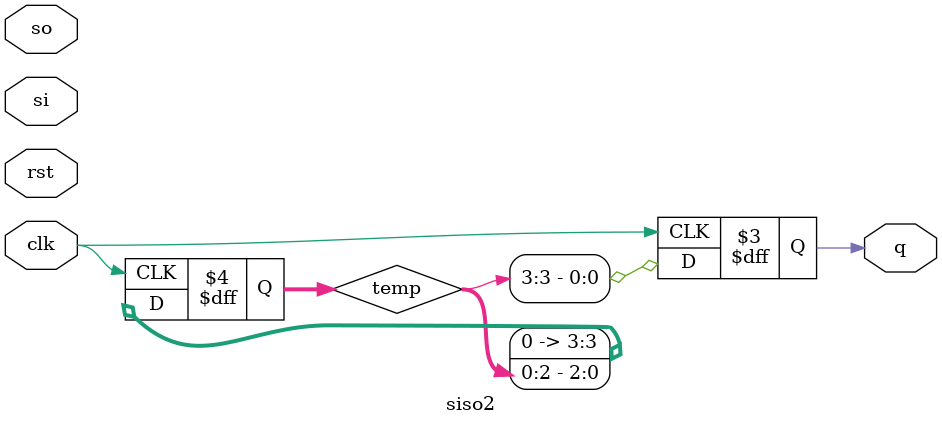
<source format=v>
module siso2(input si,so,clk,rst,output reg q);
reg [0:3]temp;

always@(posedge clk)
begin
if(rst)
q<=1'b0;
else
temp[0]<=si;
temp <= temp>>1;
q<=temp[3];
end

endmodule


</source>
